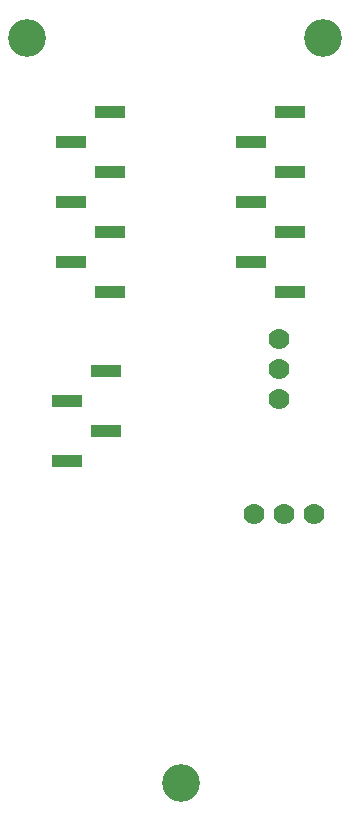
<source format=gbr>
%TF.GenerationSoftware,KiCad,Pcbnew,(6.0.4)*%
%TF.CreationDate,2022-11-04T10:04:38-04:00*%
%TF.ProjectId,controller board,636f6e74-726f-46c6-9c65-7220626f6172,rev?*%
%TF.SameCoordinates,Original*%
%TF.FileFunction,Soldermask,Bot*%
%TF.FilePolarity,Negative*%
%FSLAX46Y46*%
G04 Gerber Fmt 4.6, Leading zero omitted, Abs format (unit mm)*
G04 Created by KiCad (PCBNEW (6.0.4)) date 2022-11-04 10:04:38*
%MOMM*%
%LPD*%
G01*
G04 APERTURE LIST*
%ADD10C,3.200000*%
%ADD11C,1.778000*%
%ADD12R,2.510000X1.000000*%
G04 APERTURE END LIST*
D10*
%TO.C,H3*%
X132000000Y-45000000D03*
%TD*%
%TO.C,H2*%
X120000000Y-108000000D03*
%TD*%
%TO.C,H1*%
X107000000Y-45000000D03*
%TD*%
D11*
%TO.C,U2*%
X131254000Y-85286000D03*
X128714000Y-85286000D03*
X126174000Y-85286000D03*
%TD*%
%TO.C,U1*%
X128286000Y-70460000D03*
X128286000Y-73000000D03*
X128286000Y-75540000D03*
%TD*%
D12*
%TO.C,J7*%
X110345000Y-80810000D03*
X113655000Y-78270000D03*
X110345000Y-75730000D03*
X113655000Y-73190000D03*
%TD*%
%TO.C,U3*%
X129275000Y-51187500D03*
X125965000Y-53727500D03*
X129275000Y-56267500D03*
X125965000Y-58807500D03*
X129275000Y-61347500D03*
X125965000Y-63887500D03*
X129275000Y-66427500D03*
X114035000Y-66427500D03*
X110725000Y-63887500D03*
X114035000Y-61347500D03*
X110725000Y-58807500D03*
X114035000Y-56267500D03*
X110725000Y-53727500D03*
X114035000Y-51187500D03*
%TD*%
M02*

</source>
